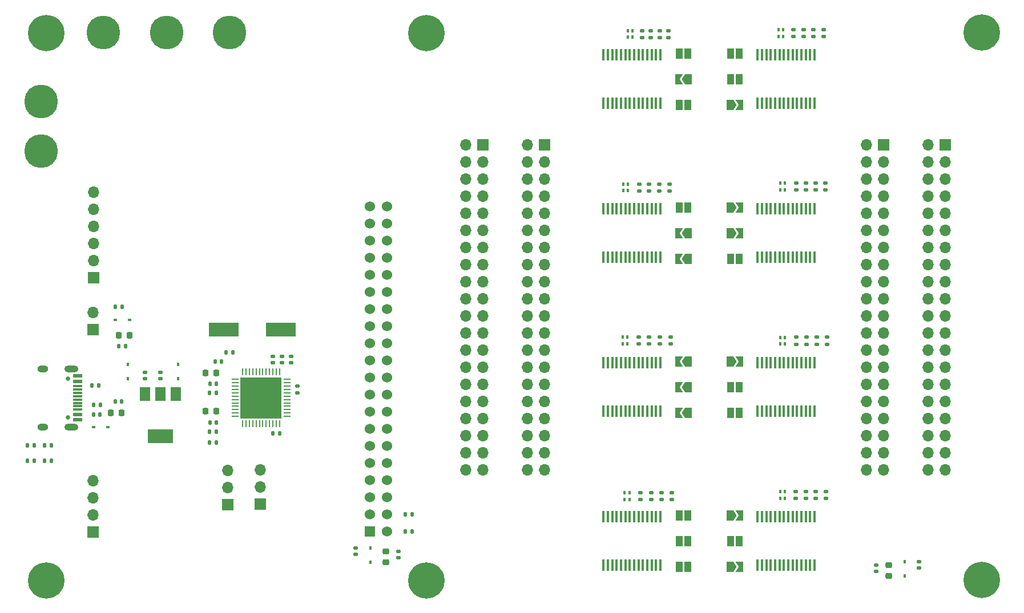
<source format=gts>
G04 #@! TF.GenerationSoftware,KiCad,Pcbnew,(6.0.7)*
G04 #@! TF.CreationDate,2023-05-24T01:03:00-04:00*
G04 #@! TF.ProjectId,ECELab_v1,4543454c-6162-45f7-9631-2e6b69636164,rev?*
G04 #@! TF.SameCoordinates,Original*
G04 #@! TF.FileFunction,Soldermask,Top*
G04 #@! TF.FilePolarity,Negative*
%FSLAX46Y46*%
G04 Gerber Fmt 4.6, Leading zero omitted, Abs format (unit mm)*
G04 Created by KiCad (PCBNEW (6.0.7)) date 2023-05-24 01:03:00*
%MOMM*%
%LPD*%
G01*
G04 APERTURE LIST*
G04 Aperture macros list*
%AMRoundRect*
0 Rectangle with rounded corners*
0 $1 Rounding radius*
0 $2 $3 $4 $5 $6 $7 $8 $9 X,Y pos of 4 corners*
0 Add a 4 corners polygon primitive as box body*
4,1,4,$2,$3,$4,$5,$6,$7,$8,$9,$2,$3,0*
0 Add four circle primitives for the rounded corners*
1,1,$1+$1,$2,$3*
1,1,$1+$1,$4,$5*
1,1,$1+$1,$6,$7*
1,1,$1+$1,$8,$9*
0 Add four rect primitives between the rounded corners*
20,1,$1+$1,$2,$3,$4,$5,0*
20,1,$1+$1,$4,$5,$6,$7,0*
20,1,$1+$1,$6,$7,$8,$9,0*
20,1,$1+$1,$8,$9,$2,$3,0*%
%AMFreePoly0*
4,1,6,1.000000,0.000000,0.500000,-0.750000,-0.500000,-0.750000,-0.500000,0.750000,0.500000,0.750000,1.000000,0.000000,1.000000,0.000000,$1*%
%AMFreePoly1*
4,1,6,0.500000,-0.750000,-0.650000,-0.750000,-0.150000,0.000000,-0.650000,0.750000,0.500000,0.750000,0.500000,-0.750000,0.500000,-0.750000,$1*%
G04 Aperture macros list end*
%ADD10R,1.000000X1.500000*%
%ADD11C,5.000000*%
%ADD12RoundRect,0.140000X-0.170000X0.140000X-0.170000X-0.140000X0.170000X-0.140000X0.170000X0.140000X0*%
%ADD13RoundRect,0.140000X0.170000X-0.140000X0.170000X0.140000X-0.170000X0.140000X-0.170000X-0.140000X0*%
%ADD14R,0.600000X0.450000*%
%ADD15RoundRect,0.135000X0.185000X-0.135000X0.185000X0.135000X-0.185000X0.135000X-0.185000X-0.135000X0*%
%ADD16RoundRect,0.140000X-0.140000X-0.170000X0.140000X-0.170000X0.140000X0.170000X-0.140000X0.170000X0*%
%ADD17R,0.400000X0.500000*%
%ADD18RoundRect,0.140000X0.140000X0.170000X-0.140000X0.170000X-0.140000X-0.170000X0.140000X-0.170000X0*%
%ADD19RoundRect,0.135000X-0.135000X-0.185000X0.135000X-0.185000X0.135000X0.185000X-0.135000X0.185000X0*%
%ADD20RoundRect,0.218750X0.256250X-0.218750X0.256250X0.218750X-0.256250X0.218750X-0.256250X-0.218750X0*%
%ADD21R,0.450000X1.750000*%
%ADD22FreePoly0,0.000000*%
%ADD23FreePoly1,0.000000*%
%ADD24R,1.700000X1.700000*%
%ADD25O,1.700000X1.700000*%
%ADD26RoundRect,0.135000X0.135000X0.185000X-0.135000X0.185000X-0.135000X-0.185000X0.135000X-0.185000X0*%
%ADD27RoundRect,0.218750X-0.218750X-0.256250X0.218750X-0.256250X0.218750X0.256250X-0.218750X0.256250X0*%
%ADD28RoundRect,0.135000X-0.185000X0.135000X-0.185000X-0.135000X0.185000X-0.135000X0.185000X0.135000X0*%
%ADD29FreePoly0,180.000000*%
%ADD30FreePoly1,180.000000*%
%ADD31R,1.524000X1.524000*%
%ADD32C,1.524000*%
%ADD33RoundRect,0.147500X-0.147500X-0.172500X0.147500X-0.172500X0.147500X0.172500X-0.147500X0.172500X0*%
%ADD34R,1.500000X2.000000*%
%ADD35R,3.800000X2.000000*%
%ADD36C,0.650000*%
%ADD37R,1.450000X0.600000*%
%ADD38R,1.450000X0.300000*%
%ADD39O,1.600000X1.000000*%
%ADD40O,2.100000X1.000000*%
%ADD41R,0.450000X0.600000*%
%ADD42RoundRect,0.062500X-0.412500X-0.062500X0.412500X-0.062500X0.412500X0.062500X-0.412500X0.062500X0*%
%ADD43RoundRect,0.062500X-0.062500X-0.412500X0.062500X-0.412500X0.062500X0.412500X-0.062500X0.412500X0*%
%ADD44R,6.200000X6.200000*%
%ADD45R,4.500000X2.000000*%
%ADD46RoundRect,0.218750X0.218750X0.256250X-0.218750X0.256250X-0.218750X-0.256250X0.218750X-0.256250X0*%
%ADD47C,5.400000*%
G04 APERTURE END LIST*
D10*
X203850000Y-77470000D03*
X202550000Y-77470000D03*
D11*
X107950000Y-84328000D03*
D12*
X143637000Y-114810600D03*
X143637000Y-115770600D03*
D13*
X125628400Y-118158200D03*
X125628400Y-117198200D03*
D12*
X154609800Y-143258700D03*
X154609800Y-144218700D03*
D14*
X121065000Y-109397800D03*
X118965000Y-109397800D03*
D15*
X224000000Y-67360000D03*
X224000000Y-66340000D03*
D16*
X118976200Y-107442000D03*
X119936200Y-107442000D03*
D10*
X203850000Y-92710000D03*
X202550000Y-92710000D03*
D17*
X217531200Y-135932800D03*
X218231200Y-135932800D03*
X218231200Y-134932800D03*
X217531200Y-134932800D03*
D18*
X136344600Y-114274600D03*
X135384600Y-114274600D03*
X119860000Y-121513600D03*
X118900000Y-121513600D03*
D10*
X210170000Y-123190000D03*
X211470000Y-123190000D03*
D19*
X132916200Y-126034800D03*
X133936200Y-126034800D03*
D20*
X233654600Y-147421700D03*
X233654600Y-145846700D03*
D16*
X133733600Y-115646200D03*
X134693600Y-115646200D03*
D21*
X191355000Y-77260000D03*
X192005000Y-77260000D03*
X192655000Y-77260000D03*
X193305000Y-77260000D03*
X193955000Y-77260000D03*
X194605000Y-77260000D03*
X195255000Y-77260000D03*
X195905000Y-77260000D03*
X196555000Y-77260000D03*
X197205000Y-77260000D03*
X197855000Y-77260000D03*
X198505000Y-77260000D03*
X199155000Y-77260000D03*
X199805000Y-77260000D03*
X199805000Y-70060000D03*
X199155000Y-70060000D03*
X198505000Y-70060000D03*
X197855000Y-70060000D03*
X197205000Y-70060000D03*
X196555000Y-70060000D03*
X195905000Y-70060000D03*
X195255000Y-70060000D03*
X194605000Y-70060000D03*
X193955000Y-70060000D03*
X193305000Y-70060000D03*
X192655000Y-70060000D03*
X192005000Y-70060000D03*
X191355000Y-70060000D03*
D15*
X221462600Y-113032000D03*
X221462600Y-112012000D03*
X199923400Y-136120600D03*
X199923400Y-135100600D03*
D22*
X210095000Y-115570000D03*
D23*
X211545000Y-115570000D03*
D24*
X140475000Y-136815000D03*
D25*
X140475000Y-134275000D03*
X140475000Y-131735000D03*
D10*
X210170000Y-119380000D03*
X211470000Y-119380000D03*
D24*
X242037000Y-83477000D03*
D25*
X239497000Y-83477000D03*
X242037000Y-86017000D03*
X239497000Y-86017000D03*
X242037000Y-88557000D03*
X239497000Y-88557000D03*
X242037000Y-91097000D03*
X239497000Y-91097000D03*
X242037000Y-93637000D03*
X239497000Y-93637000D03*
X242037000Y-96177000D03*
X239497000Y-96177000D03*
X242037000Y-98717000D03*
X239497000Y-98717000D03*
X242037000Y-101257000D03*
X239497000Y-101257000D03*
X242037000Y-103797000D03*
X239497000Y-103797000D03*
X242037000Y-106337000D03*
X239497000Y-106337000D03*
X242037000Y-108877000D03*
X239497000Y-108877000D03*
X242037000Y-111417000D03*
X239497000Y-111417000D03*
X242037000Y-113957000D03*
X239497000Y-113957000D03*
X242037000Y-116497000D03*
X239497000Y-116497000D03*
X242037000Y-119037000D03*
X239497000Y-119037000D03*
X242037000Y-121577000D03*
X239497000Y-121577000D03*
X242037000Y-124117000D03*
X239497000Y-124117000D03*
X242037000Y-126657000D03*
X239497000Y-126657000D03*
X242037000Y-129197000D03*
X239497000Y-129197000D03*
X242037000Y-131737000D03*
X239497000Y-131737000D03*
D24*
X232893000Y-83477000D03*
D25*
X230353000Y-83477000D03*
X232893000Y-86017000D03*
X230353000Y-86017000D03*
X232893000Y-88557000D03*
X230353000Y-88557000D03*
X232893000Y-91097000D03*
X230353000Y-91097000D03*
X232893000Y-93637000D03*
X230353000Y-93637000D03*
X232893000Y-96177000D03*
X230353000Y-96177000D03*
X232893000Y-98717000D03*
X230353000Y-98717000D03*
X232893000Y-101257000D03*
X230353000Y-101257000D03*
X232893000Y-103797000D03*
X230353000Y-103797000D03*
X232893000Y-106337000D03*
X230353000Y-106337000D03*
X232893000Y-108877000D03*
X230353000Y-108877000D03*
X232893000Y-111417000D03*
X230353000Y-111417000D03*
X232893000Y-113957000D03*
X230353000Y-113957000D03*
X232893000Y-116497000D03*
X230353000Y-116497000D03*
X232893000Y-119037000D03*
X230353000Y-119037000D03*
X232893000Y-121577000D03*
X230353000Y-121577000D03*
X232893000Y-124117000D03*
X230353000Y-124117000D03*
X232893000Y-126657000D03*
X230353000Y-126657000D03*
X232893000Y-129197000D03*
X230353000Y-129197000D03*
X232893000Y-131737000D03*
X230353000Y-131737000D03*
D24*
X182601000Y-83477000D03*
D25*
X180061000Y-83477000D03*
X182601000Y-86017000D03*
X180061000Y-86017000D03*
X182601000Y-88557000D03*
X180061000Y-88557000D03*
X182601000Y-91097000D03*
X180061000Y-91097000D03*
X182601000Y-93637000D03*
X180061000Y-93637000D03*
X182601000Y-96177000D03*
X180061000Y-96177000D03*
X182601000Y-98717000D03*
X180061000Y-98717000D03*
X182601000Y-101257000D03*
X180061000Y-101257000D03*
X182601000Y-103797000D03*
X180061000Y-103797000D03*
X182601000Y-106337000D03*
X180061000Y-106337000D03*
X182601000Y-108877000D03*
X180061000Y-108877000D03*
X182601000Y-111417000D03*
X180061000Y-111417000D03*
X182601000Y-113957000D03*
X180061000Y-113957000D03*
X182601000Y-116497000D03*
X180061000Y-116497000D03*
X182601000Y-119037000D03*
X180061000Y-119037000D03*
X182601000Y-121577000D03*
X180061000Y-121577000D03*
X182601000Y-124117000D03*
X180061000Y-124117000D03*
X182601000Y-126657000D03*
X180061000Y-126657000D03*
X182601000Y-129197000D03*
X180061000Y-129197000D03*
X182601000Y-131737000D03*
X180061000Y-131737000D03*
D24*
X173457000Y-83477000D03*
D25*
X170917000Y-83477000D03*
X173457000Y-86017000D03*
X170917000Y-86017000D03*
X173457000Y-88557000D03*
X170917000Y-88557000D03*
X173457000Y-91097000D03*
X170917000Y-91097000D03*
X173457000Y-93637000D03*
X170917000Y-93637000D03*
X173457000Y-96177000D03*
X170917000Y-96177000D03*
X173457000Y-98717000D03*
X170917000Y-98717000D03*
X173457000Y-101257000D03*
X170917000Y-101257000D03*
X173457000Y-103797000D03*
X170917000Y-103797000D03*
X173457000Y-106337000D03*
X170917000Y-106337000D03*
X173457000Y-108877000D03*
X170917000Y-108877000D03*
X173457000Y-111417000D03*
X170917000Y-111417000D03*
X173457000Y-113957000D03*
X170917000Y-113957000D03*
X173457000Y-116497000D03*
X170917000Y-116497000D03*
X173457000Y-119037000D03*
X170917000Y-119037000D03*
X173457000Y-121577000D03*
X170917000Y-121577000D03*
X173457000Y-124117000D03*
X170917000Y-124117000D03*
X173457000Y-126657000D03*
X170917000Y-126657000D03*
X173457000Y-129197000D03*
X170917000Y-129197000D03*
X173457000Y-131737000D03*
X170917000Y-131737000D03*
D11*
X135864600Y-66751200D03*
D10*
X210170000Y-69850000D03*
X211470000Y-69850000D03*
D26*
X116715000Y-122021600D03*
X115695000Y-122021600D03*
D17*
X194925000Y-67475000D03*
X195625000Y-67475000D03*
X195625000Y-66475000D03*
X194925000Y-66475000D03*
D27*
X118287700Y-123215400D03*
X119862700Y-123215400D03*
D21*
X191355000Y-122980000D03*
X192005000Y-122980000D03*
X192655000Y-122980000D03*
X193305000Y-122980000D03*
X193955000Y-122980000D03*
X194605000Y-122980000D03*
X195255000Y-122980000D03*
X195905000Y-122980000D03*
X196555000Y-122980000D03*
X197205000Y-122980000D03*
X197855000Y-122980000D03*
X198505000Y-122980000D03*
X199155000Y-122980000D03*
X199805000Y-122980000D03*
X199805000Y-115780000D03*
X199155000Y-115780000D03*
X198505000Y-115780000D03*
X197855000Y-115780000D03*
X197205000Y-115780000D03*
X196555000Y-115780000D03*
X195905000Y-115780000D03*
X195255000Y-115780000D03*
X194605000Y-115780000D03*
X193955000Y-115780000D03*
X193305000Y-115780000D03*
X192655000Y-115780000D03*
X192005000Y-115780000D03*
X191355000Y-115780000D03*
D15*
X221361000Y-135942800D03*
X221361000Y-134922800D03*
X222961200Y-113032000D03*
X222961200Y-112012000D03*
D24*
X115671600Y-110891400D03*
D25*
X115671600Y-108351400D03*
D22*
X210095000Y-92710000D03*
D23*
X211545000Y-92710000D03*
D28*
X196550800Y-111978600D03*
X196550800Y-112998600D03*
D22*
X210095000Y-96520000D03*
D23*
X211545000Y-96520000D03*
D18*
X133908200Y-124637800D03*
X132948200Y-124637800D03*
D15*
X198125600Y-112998600D03*
X198125600Y-111978600D03*
D10*
X210170000Y-73660000D03*
X211470000Y-73660000D03*
D29*
X203925000Y-115570000D03*
D30*
X202475000Y-115570000D03*
D21*
X214215000Y-145840000D03*
X214865000Y-145840000D03*
X215515000Y-145840000D03*
X216165000Y-145840000D03*
X216815000Y-145840000D03*
X217465000Y-145840000D03*
X218115000Y-145840000D03*
X218765000Y-145840000D03*
X219415000Y-145840000D03*
X220065000Y-145840000D03*
X220715000Y-145840000D03*
X221365000Y-145840000D03*
X222015000Y-145840000D03*
X222665000Y-145840000D03*
X222665000Y-138640000D03*
X222015000Y-138640000D03*
X221365000Y-138640000D03*
X220715000Y-138640000D03*
X220065000Y-138640000D03*
X219415000Y-138640000D03*
X218765000Y-138640000D03*
X218115000Y-138640000D03*
X217465000Y-138640000D03*
X216815000Y-138640000D03*
X216165000Y-138640000D03*
X215515000Y-138640000D03*
X214865000Y-138640000D03*
X214215000Y-138640000D03*
D17*
X217582000Y-113022000D03*
X218282000Y-113022000D03*
X218282000Y-112022000D03*
X217582000Y-112022000D03*
D15*
X201472800Y-136120600D03*
X201472800Y-135100600D03*
D11*
X117119400Y-66751200D03*
D28*
X219938600Y-112012000D03*
X219938600Y-113032000D03*
D10*
X210170000Y-142240000D03*
X211470000Y-142240000D03*
D16*
X161978400Y-138303000D03*
X162938400Y-138303000D03*
D17*
X217275000Y-67350000D03*
X217975000Y-67350000D03*
X217975000Y-66350000D03*
X217275000Y-66350000D03*
D31*
X156732400Y-140860800D03*
D32*
X159272400Y-140860800D03*
X156732400Y-138320800D03*
X159272400Y-138320800D03*
X156732400Y-135780800D03*
X159272400Y-135780800D03*
X156732400Y-133240800D03*
X159272400Y-133240800D03*
X156732400Y-130700800D03*
X159272400Y-130700800D03*
X156732400Y-128160800D03*
X159272400Y-128160800D03*
X156732400Y-125620800D03*
X159272400Y-125620800D03*
X156732400Y-123080800D03*
X159272400Y-123080800D03*
X156732400Y-120540800D03*
X159272400Y-120540800D03*
X156732400Y-118000800D03*
X159272400Y-118000800D03*
X156732400Y-115460800D03*
X159272400Y-115460800D03*
X156732400Y-112920800D03*
X159272400Y-112920800D03*
X156732400Y-110380800D03*
X159272400Y-110380800D03*
X156732400Y-107840800D03*
X159272400Y-107840800D03*
X156732400Y-105300800D03*
X159272400Y-105300800D03*
X156732400Y-102760800D03*
X159272400Y-102760800D03*
X156732400Y-100220800D03*
X159272400Y-100220800D03*
X156732400Y-97680800D03*
X159272400Y-97680800D03*
X156732400Y-95140800D03*
X159272400Y-95140800D03*
X156732400Y-92600800D03*
X159272400Y-92600800D03*
D33*
X105913200Y-128092200D03*
X106883200Y-128092200D03*
D34*
X127928400Y-120421000D03*
X125628400Y-120421000D03*
D35*
X125628400Y-126721000D03*
D34*
X123328400Y-120421000D03*
D15*
X198350000Y-67485000D03*
X198350000Y-66465000D03*
D10*
X203850000Y-138430000D03*
X202550000Y-138430000D03*
D27*
X132335900Y-117322600D03*
X133910900Y-117322600D03*
D14*
X117839200Y-125349000D03*
X115739200Y-125349000D03*
D16*
X119458800Y-113360200D03*
X120418800Y-113360200D03*
D28*
X219550000Y-66340000D03*
X219550000Y-67360000D03*
X145973800Y-119251000D03*
X145973800Y-120271000D03*
D12*
X231800400Y-145849400D03*
X231800400Y-146809400D03*
D22*
X210095000Y-77470000D03*
D23*
X211545000Y-77470000D03*
D19*
X132890800Y-127609600D03*
X133910800Y-127609600D03*
D36*
X111869600Y-123895600D03*
X111869600Y-118115600D03*
D37*
X113314600Y-117755600D03*
X113314600Y-118555600D03*
D38*
X113314600Y-119755600D03*
X113314600Y-120755600D03*
X113314600Y-121255600D03*
X113314600Y-122255600D03*
D37*
X113314600Y-123455600D03*
X113314600Y-124255600D03*
X113314600Y-124255600D03*
X113314600Y-123455600D03*
D38*
X113314600Y-122755600D03*
X113314600Y-121755600D03*
X113314600Y-120255600D03*
X113314600Y-119255600D03*
D37*
X113314600Y-118555600D03*
X113314600Y-117755600D03*
D39*
X108219600Y-125325600D03*
X108219600Y-116685600D03*
D40*
X112399600Y-116685600D03*
X112399600Y-125325600D03*
D15*
X201300600Y-112998600D03*
X201300600Y-111978600D03*
D10*
X203850000Y-69850000D03*
X202550000Y-69850000D03*
D21*
X214215000Y-100120000D03*
X214865000Y-100120000D03*
X215515000Y-100120000D03*
X216165000Y-100120000D03*
X216815000Y-100120000D03*
X217465000Y-100120000D03*
X218115000Y-100120000D03*
X218765000Y-100120000D03*
X219415000Y-100120000D03*
X220065000Y-100120000D03*
X220715000Y-100120000D03*
X221365000Y-100120000D03*
X222015000Y-100120000D03*
X222665000Y-100120000D03*
X222665000Y-92920000D03*
X222015000Y-92920000D03*
X221365000Y-92920000D03*
X220715000Y-92920000D03*
X220065000Y-92920000D03*
X219415000Y-92920000D03*
X218765000Y-92920000D03*
X218115000Y-92920000D03*
X217465000Y-92920000D03*
X216815000Y-92920000D03*
X216165000Y-92920000D03*
X215515000Y-92920000D03*
X214865000Y-92920000D03*
X214215000Y-92920000D03*
D41*
X156750800Y-145377000D03*
X156750800Y-143277000D03*
D16*
X161978400Y-140843000D03*
X162938400Y-140843000D03*
D42*
X136688600Y-118255600D03*
X136688600Y-118755600D03*
X136688600Y-119255600D03*
X136688600Y-119755600D03*
X136688600Y-120255600D03*
X136688600Y-120755600D03*
X136688600Y-121255600D03*
X136688600Y-121755600D03*
X136688600Y-122255600D03*
X136688600Y-122755600D03*
X136688600Y-123255600D03*
X136688600Y-123755600D03*
D43*
X137813600Y-124880600D03*
X138313600Y-124880600D03*
X138813600Y-124880600D03*
X139313600Y-124880600D03*
X139813600Y-124880600D03*
X140313600Y-124880600D03*
X140813600Y-124880600D03*
X141313600Y-124880600D03*
X141813600Y-124880600D03*
X142313600Y-124880600D03*
X142813600Y-124880600D03*
X143313600Y-124880600D03*
D42*
X144438600Y-123755600D03*
X144438600Y-123255600D03*
X144438600Y-122755600D03*
X144438600Y-122255600D03*
X144438600Y-121755600D03*
X144438600Y-121255600D03*
X144438600Y-120755600D03*
X144438600Y-120255600D03*
X144438600Y-119755600D03*
X144438600Y-119255600D03*
X144438600Y-118755600D03*
X144438600Y-118255600D03*
D43*
X143313600Y-117130600D03*
X142813600Y-117130600D03*
X142313600Y-117130600D03*
X141813600Y-117130600D03*
X141313600Y-117130600D03*
X140813600Y-117130600D03*
X140313600Y-117130600D03*
X139813600Y-117130600D03*
X139313600Y-117130600D03*
X138813600Y-117130600D03*
X138313600Y-117130600D03*
X137813600Y-117130600D03*
D44*
X140563600Y-121005600D03*
D18*
X133908200Y-118897400D03*
X132948200Y-118897400D03*
D21*
X191355000Y-145840000D03*
X192005000Y-145840000D03*
X192655000Y-145840000D03*
X193305000Y-145840000D03*
X193955000Y-145840000D03*
X194605000Y-145840000D03*
X195255000Y-145840000D03*
X195905000Y-145840000D03*
X196555000Y-145840000D03*
X197205000Y-145840000D03*
X197855000Y-145840000D03*
X198505000Y-145840000D03*
X199155000Y-145840000D03*
X199805000Y-145840000D03*
X199805000Y-138640000D03*
X199155000Y-138640000D03*
X198505000Y-138640000D03*
X197855000Y-138640000D03*
X197205000Y-138640000D03*
X196555000Y-138640000D03*
X195905000Y-138640000D03*
X195255000Y-138640000D03*
X194605000Y-138640000D03*
X193955000Y-138640000D03*
X193305000Y-138640000D03*
X192655000Y-138640000D03*
X192005000Y-138640000D03*
X191355000Y-138640000D03*
D45*
X143518200Y-110845600D03*
X135018200Y-110845600D03*
D22*
X210095000Y-146050000D03*
D23*
X211545000Y-146050000D03*
D22*
X210095000Y-138430000D03*
D23*
X211545000Y-138430000D03*
D11*
X126517400Y-66751200D03*
D13*
X142316200Y-115770600D03*
X142316200Y-114810600D03*
D15*
X224307400Y-135942800D03*
X224307400Y-134922800D03*
X222808800Y-135942800D03*
X222808800Y-134922800D03*
D24*
X115627000Y-140909200D03*
D25*
X115627000Y-138369200D03*
X115627000Y-135829200D03*
X115627000Y-133289200D03*
D15*
X199650000Y-90260000D03*
X199650000Y-89240000D03*
D29*
X203925000Y-119380000D03*
D30*
X202475000Y-119380000D03*
D21*
X191355000Y-100120000D03*
X192005000Y-100120000D03*
X192655000Y-100120000D03*
X193305000Y-100120000D03*
X193955000Y-100120000D03*
X194605000Y-100120000D03*
X195255000Y-100120000D03*
X195905000Y-100120000D03*
X196555000Y-100120000D03*
X197205000Y-100120000D03*
X197855000Y-100120000D03*
X198505000Y-100120000D03*
X199155000Y-100120000D03*
X199805000Y-100120000D03*
X199805000Y-92920000D03*
X199155000Y-92920000D03*
X198505000Y-92920000D03*
X197855000Y-92920000D03*
X197205000Y-92920000D03*
X196555000Y-92920000D03*
X195905000Y-92920000D03*
X195255000Y-92920000D03*
X194605000Y-92920000D03*
X193955000Y-92920000D03*
X193305000Y-92920000D03*
X192655000Y-92920000D03*
X192005000Y-92920000D03*
X191355000Y-92920000D03*
D41*
X128219200Y-116069400D03*
X128219200Y-118169400D03*
D13*
X123342400Y-118158200D03*
X123342400Y-117198200D03*
D18*
X143304200Y-126288800D03*
X142344200Y-126288800D03*
D29*
X203925000Y-123190000D03*
D30*
X202475000Y-123190000D03*
D15*
X198399400Y-136120600D03*
X198399400Y-135100600D03*
D21*
X214215000Y-122980000D03*
X214865000Y-122980000D03*
X215515000Y-122980000D03*
X216165000Y-122980000D03*
X216815000Y-122980000D03*
X217465000Y-122980000D03*
X218115000Y-122980000D03*
X218765000Y-122980000D03*
X219415000Y-122980000D03*
X220065000Y-122980000D03*
X220715000Y-122980000D03*
X221365000Y-122980000D03*
X222015000Y-122980000D03*
X222665000Y-122980000D03*
X222665000Y-115780000D03*
X222015000Y-115780000D03*
X221365000Y-115780000D03*
X220715000Y-115780000D03*
X220065000Y-115780000D03*
X219415000Y-115780000D03*
X218765000Y-115780000D03*
X218115000Y-115780000D03*
X217465000Y-115780000D03*
X216815000Y-115780000D03*
X216165000Y-115780000D03*
X215515000Y-115780000D03*
X214865000Y-115780000D03*
X214215000Y-115780000D03*
D12*
X144983200Y-114810600D03*
X144983200Y-115770600D03*
X238125000Y-145290600D03*
X238125000Y-146250600D03*
D15*
X201175000Y-90260000D03*
X201175000Y-89240000D03*
D46*
X121056500Y-111683800D03*
X119481500Y-111683800D03*
D15*
X221025000Y-67360000D03*
X221025000Y-66340000D03*
D16*
X115725000Y-123444000D03*
X116685000Y-123444000D03*
D20*
X159080200Y-145389800D03*
X159080200Y-143814800D03*
D47*
X165049200Y-66802000D03*
D27*
X132333900Y-122961400D03*
X133908900Y-122961400D03*
D26*
X133938200Y-120243600D03*
X132918200Y-120243600D03*
D15*
X221350000Y-90110000D03*
X221350000Y-89090000D03*
X198100000Y-90260000D03*
X198100000Y-89240000D03*
X224300000Y-90110000D03*
X224300000Y-89090000D03*
D17*
X194168800Y-112988600D03*
X194868800Y-112988600D03*
X194868800Y-111988600D03*
X194168800Y-111988600D03*
D26*
X109466500Y-130352800D03*
X108446500Y-130352800D03*
D47*
X108661200Y-148082000D03*
X247446800Y-66776600D03*
D10*
X210170000Y-100330000D03*
X211470000Y-100330000D03*
D47*
X165049200Y-148082000D03*
D24*
X135636000Y-136840000D03*
D25*
X135636000Y-134300000D03*
X135636000Y-131760000D03*
D26*
X109476000Y-128092200D03*
X108456000Y-128092200D03*
D29*
X203925000Y-73660000D03*
D30*
X202475000Y-73660000D03*
D24*
X115677800Y-103174800D03*
D25*
X115677800Y-100634800D03*
X115677800Y-98094800D03*
X115677800Y-95554800D03*
X115677800Y-93014800D03*
X115677800Y-90474800D03*
D15*
X200975000Y-67485000D03*
X200975000Y-66465000D03*
D41*
X236016800Y-147404800D03*
X236016800Y-145304800D03*
D28*
X219862400Y-134922800D03*
X219862400Y-135942800D03*
D47*
X247446800Y-148056600D03*
D17*
X194300000Y-90250000D03*
X195000000Y-90250000D03*
X195000000Y-89250000D03*
X194300000Y-89250000D03*
D41*
X120827800Y-118169400D03*
X120827800Y-116069400D03*
D28*
X197050000Y-66465000D03*
X197050000Y-67485000D03*
D15*
X199675000Y-67485000D03*
X199675000Y-66465000D03*
D47*
X108661200Y-66802000D03*
D17*
X194493400Y-136110600D03*
X195193400Y-136110600D03*
X195193400Y-135110600D03*
X194493400Y-135110600D03*
D28*
X196625000Y-89240000D03*
X196625000Y-90260000D03*
D15*
X222500000Y-67360000D03*
X222500000Y-66340000D03*
D28*
X196850000Y-135100600D03*
X196850000Y-136120600D03*
D29*
X203925000Y-100330000D03*
D30*
X202475000Y-100330000D03*
D10*
X203850000Y-146050000D03*
X202550000Y-146050000D03*
D15*
X224485200Y-113032000D03*
X224485200Y-112012000D03*
D19*
X115491800Y-119151400D03*
X116511800Y-119151400D03*
D15*
X222825000Y-90110000D03*
X222825000Y-89090000D03*
D33*
X105906100Y-130352800D03*
X106876100Y-130352800D03*
D11*
X107950000Y-76962000D03*
D17*
X217575000Y-90100000D03*
X218275000Y-90100000D03*
X218275000Y-89100000D03*
X217575000Y-89100000D03*
D28*
X219900000Y-89090000D03*
X219900000Y-90110000D03*
D15*
X199700400Y-112998600D03*
X199700400Y-111978600D03*
D10*
X203850000Y-142240000D03*
X202550000Y-142240000D03*
D12*
X160934400Y-143817500D03*
X160934400Y-144777500D03*
D21*
X214215000Y-77260000D03*
X214865000Y-77260000D03*
X215515000Y-77260000D03*
X216165000Y-77260000D03*
X216815000Y-77260000D03*
X217465000Y-77260000D03*
X218115000Y-77260000D03*
X218765000Y-77260000D03*
X219415000Y-77260000D03*
X220065000Y-77260000D03*
X220715000Y-77260000D03*
X221365000Y-77260000D03*
X222015000Y-77260000D03*
X222665000Y-77260000D03*
X222665000Y-70060000D03*
X222015000Y-70060000D03*
X221365000Y-70060000D03*
X220715000Y-70060000D03*
X220065000Y-70060000D03*
X219415000Y-70060000D03*
X218765000Y-70060000D03*
X218115000Y-70060000D03*
X217465000Y-70060000D03*
X216815000Y-70060000D03*
X216165000Y-70060000D03*
X215515000Y-70060000D03*
X214865000Y-70060000D03*
X214215000Y-70060000D03*
D29*
X203925000Y-96520000D03*
D30*
X202475000Y-96520000D03*
M02*

</source>
